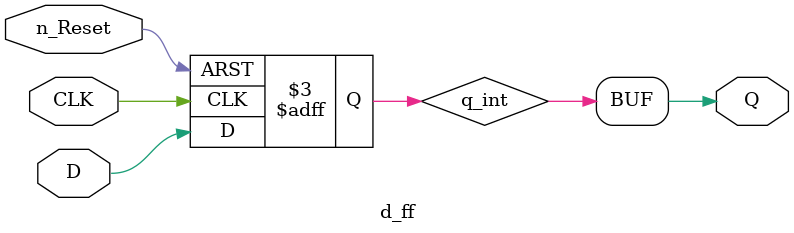
<source format=sv>
module d_ff (output logic Q, input logic D, CLK, n_Reset);

logic q_int;
assign #(10ps) Q = q_int;

always_ff @(posedge CLK, negedge n_Reset) begin
	//Reset takes precedence
	if (n_Reset == 1'b0) begin
		q_int <= 0;
	end
	else begin
		//Otherwise Q = D (and latches)
		q_int <= D;
	end
end
	
endmodule

</source>
